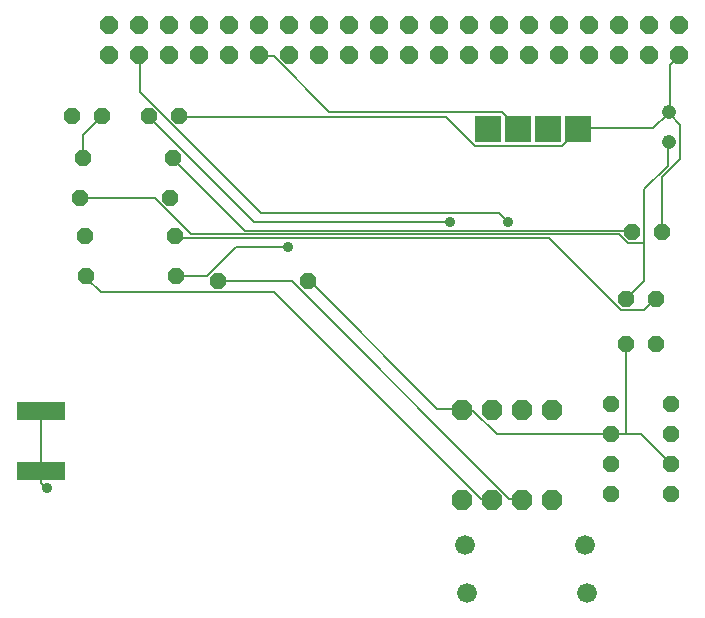
<source format=gbl>
G75*
%MOIN*%
%OFA0B0*%
%FSLAX25Y25*%
%IPPOS*%
%LPD*%
%AMOC8*
5,1,8,0,0,1.08239X$1,22.5*
%
%ADD10R,0.16000X0.06000*%
%ADD11OC8,0.06000*%
%ADD12R,0.08600X0.08600*%
%ADD13OC8,0.05200*%
%ADD14C,0.06600*%
%ADD15OC8,0.06800*%
%ADD16C,0.04756*%
%ADD17C,0.00600*%
%ADD18C,0.03600*%
D10*
X0011800Y0064635D03*
X0011800Y0084635D03*
D11*
X0034556Y0203375D03*
X0044556Y0203375D03*
X0054556Y0203375D03*
X0064556Y0203375D03*
X0074556Y0203375D03*
X0084556Y0203375D03*
X0094556Y0203375D03*
X0104556Y0203375D03*
X0114556Y0203375D03*
X0124556Y0203375D03*
X0134556Y0203375D03*
X0144556Y0203375D03*
X0154556Y0203375D03*
X0164556Y0203375D03*
X0174556Y0203375D03*
X0184556Y0203375D03*
X0194556Y0203375D03*
X0204556Y0203375D03*
X0214556Y0203375D03*
X0224556Y0203375D03*
X0224556Y0213375D03*
X0214556Y0213375D03*
X0204556Y0213375D03*
X0194556Y0213375D03*
X0184556Y0213375D03*
X0174556Y0213375D03*
X0164556Y0213375D03*
X0154556Y0213375D03*
X0144556Y0213375D03*
X0134556Y0213375D03*
X0124556Y0213375D03*
X0114556Y0213375D03*
X0104556Y0213375D03*
X0094556Y0213375D03*
X0084556Y0213375D03*
X0074556Y0213375D03*
X0064556Y0213375D03*
X0054556Y0213375D03*
X0044556Y0213375D03*
X0034556Y0213375D03*
D12*
X0160855Y0178591D03*
X0170855Y0178591D03*
X0180855Y0178591D03*
X0190855Y0178591D03*
D13*
X0208965Y0144359D03*
X0218965Y0144359D03*
X0216800Y0121800D03*
X0206800Y0121800D03*
X0206800Y0106800D03*
X0216800Y0106800D03*
X0221800Y0086800D03*
X0221800Y0076800D03*
X0221800Y0066800D03*
X0221800Y0056800D03*
X0201800Y0056800D03*
X0201800Y0066800D03*
X0201800Y0076800D03*
X0201800Y0086800D03*
X0100816Y0127824D03*
X0070816Y0127824D03*
X0056721Y0129517D03*
X0056524Y0142745D03*
X0054950Y0155658D03*
X0055737Y0168965D03*
X0057863Y0182902D03*
X0047863Y0182902D03*
X0032036Y0182942D03*
X0022036Y0182942D03*
X0025737Y0168965D03*
X0024950Y0155658D03*
X0026524Y0142745D03*
X0026721Y0129517D03*
D14*
X0153335Y0039950D03*
X0153729Y0023769D03*
X0193729Y0023769D03*
X0193335Y0039950D03*
D15*
X0182036Y0054989D03*
X0172036Y0054989D03*
X0162036Y0054989D03*
X0152036Y0054989D03*
X0152036Y0084989D03*
X0162036Y0084989D03*
X0172036Y0084989D03*
X0182036Y0084989D03*
D16*
X0221131Y0174083D03*
X0221131Y0184083D03*
D17*
X0220800Y0183600D01*
X0216000Y0178800D01*
X0191400Y0178800D01*
X0190855Y0178591D01*
X0190800Y0178200D01*
X0185400Y0172800D01*
X0156600Y0172800D01*
X0147000Y0182400D01*
X0058200Y0182400D01*
X0057863Y0182902D01*
X0048000Y0182400D02*
X0047863Y0182902D01*
X0048000Y0182400D02*
X0082800Y0147600D01*
X0148200Y0147600D01*
X0164400Y0150600D02*
X0167400Y0147600D01*
X0164400Y0150600D02*
X0085200Y0150600D01*
X0045000Y0190800D01*
X0045000Y0202800D01*
X0044556Y0203375D01*
X0032036Y0182942D02*
X0031800Y0182400D01*
X0025800Y0176400D01*
X0025800Y0169200D01*
X0025737Y0168965D01*
X0024950Y0155658D02*
X0025200Y0155400D01*
X0049800Y0155400D01*
X0061800Y0143400D01*
X0204600Y0143400D01*
X0207600Y0140400D01*
X0213000Y0140400D01*
X0213000Y0158400D01*
X0220800Y0166200D01*
X0220800Y0174000D01*
X0221131Y0174083D01*
X0225000Y0168600D02*
X0225000Y0180000D01*
X0221400Y0183600D01*
X0221131Y0184083D01*
X0221400Y0184200D01*
X0221400Y0199800D01*
X0224400Y0202800D01*
X0224556Y0203375D01*
X0225000Y0168600D02*
X0219000Y0162600D01*
X0219000Y0144600D01*
X0218965Y0144359D01*
X0213000Y0140400D02*
X0213000Y0127800D01*
X0207000Y0121800D01*
X0206800Y0121800D01*
X0205200Y0118200D02*
X0213000Y0118200D01*
X0216600Y0121800D01*
X0216800Y0121800D01*
X0205200Y0118200D02*
X0181200Y0142200D01*
X0057000Y0142200D01*
X0056524Y0142745D01*
X0057000Y0129600D02*
X0056721Y0129517D01*
X0057000Y0129600D02*
X0067200Y0129600D01*
X0076800Y0139200D01*
X0094200Y0139200D01*
X0095400Y0127800D02*
X0071400Y0127800D01*
X0070816Y0127824D01*
X0089400Y0124200D02*
X0031800Y0124200D01*
X0027000Y0129000D01*
X0026721Y0129517D01*
X0055800Y0168600D02*
X0079800Y0144600D01*
X0208800Y0144600D01*
X0208965Y0144359D01*
X0170855Y0178591D02*
X0171000Y0178800D01*
X0165600Y0184200D01*
X0108000Y0184200D01*
X0089400Y0202800D01*
X0084600Y0202800D01*
X0084556Y0203375D01*
X0055737Y0168965D02*
X0055800Y0168600D01*
X0095400Y0127800D02*
X0168000Y0055200D01*
X0171600Y0055200D01*
X0172036Y0054989D01*
X0162036Y0054989D02*
X0162000Y0055200D01*
X0158400Y0055200D01*
X0089400Y0124200D01*
X0100816Y0127824D02*
X0101400Y0127800D01*
X0144000Y0085200D01*
X0151800Y0085200D01*
X0152036Y0084989D01*
X0152400Y0084600D01*
X0156000Y0084600D01*
X0163800Y0076800D01*
X0201800Y0076800D01*
X0207000Y0076800D01*
X0207000Y0106800D01*
X0206800Y0106800D01*
X0207000Y0076800D02*
X0211800Y0076800D01*
X0221800Y0066800D01*
X0013800Y0058800D02*
X0012000Y0060600D01*
X0012000Y0064200D01*
X0011800Y0064635D01*
X0012000Y0064800D01*
X0012000Y0084600D01*
X0011800Y0084635D01*
D18*
X0013800Y0058800D03*
X0094200Y0139200D03*
X0148200Y0147600D03*
X0167400Y0147600D03*
M02*

</source>
